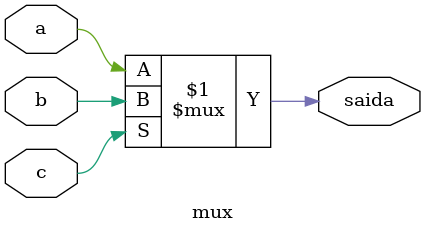
<source format=sv>
module mux(input logic a, input logic b, input logic c, output logic saida);
    assign saida = c ? b : a;
endmodule
</source>
